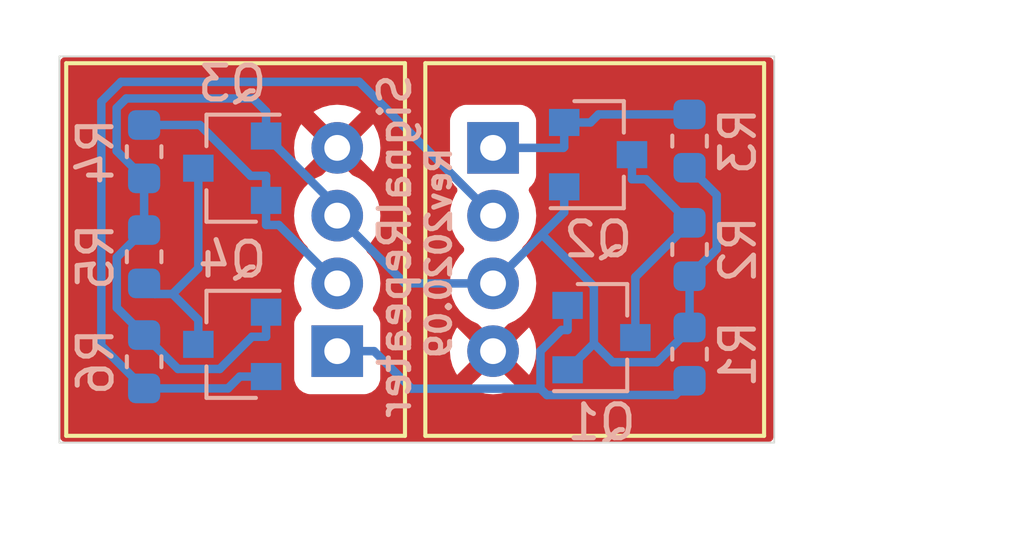
<source format=kicad_pcb>
(kicad_pcb (version 20221018) (generator pcbnew)
  (layers (0 "F.Cu" signal) (31 "B.Cu" signal) (34 "B.Paste" user) (35 "F.Paste" user) (36 "B.SilkS" user "B.Silkscreen") (37 "F.SilkS" user "F.Silkscreen") (38 "B.Mask" user) (39 "F.Mask" user) (44 "Edge.Cuts" user))
  (net 0 "")
  (net 1 "GND")
  (net 2 "VCC")
  (net 3 "/CON1_B")
  (net 4 "/CON1_A")
  (net 5 "/CON2_B")
  (net 6 "/CON2_A")
  (net 7 "Net-(Q1-Pad3)")
  (net 8 "Net-(Q3-Pad3)")
  (footprint "my-kicad-footprints:NS-Tech_Grove_1x04_P2mm_Horizontal" (layer "F.Cu") (at 153.1 78.4 180)
    (fp_text reference "J1" hide)
    (fp_text value "Conn_01x04")
    (fp_line (start -2 -5.5) (end -2 5.5) (stroke (width 0.12)) (layer "F.SilkS"))
    (fp_line (start -2 -5.5) (end 8 -5.5) (stroke (width 0.12)) (layer "F.SilkS"))
    (fp_line (start -2 5.5) (end 8 5.5) (stroke (width 0.12)) (layer "F.SilkS"))
    (fp_line (start 8 -5.5) (end 8 5.5) (stroke (width 0.12)) (layer "F.SilkS"))
    (pad "1" thru_hole rect (at 0 -3 180) (size 1.524 1.524) (drill 0.762) (layers "*.Cu" "*.Mask") (net 4 "/CON1_A"))
    (pad "2" thru_hole circle (at 0 -1 180) (size 1.524 1.524) (drill 0.762) (layers "*.Cu" "*.Mask") (net 3 "/CON1_B"))
    (pad "3" thru_hole circle (at 0 1 180) (size 1.524 1.524) (drill 0.762) (layers "*.Cu" "*.Mask") (net 2 "VCC"))
    (pad "4" thru_hole circle (at 0 3 180) (size 1.524 1.524) (drill 0.762) (layers "*.Cu" "*.Mask") (net 1 "GND"))
  )
  (footprint "my-kicad-footprints:NS-Tech_Grove_1x04_P2mm_Horizontal" (layer "F.Cu") (at 157.7 78.4)
    (fp_text reference "J2" hide)
    (fp_text value "Conn_01x04")
    (fp_line (start -2 -5.5) (end -2 5.5) (stroke (width 0.12)) (layer "F.SilkS"))
    (fp_line (start -2 -5.5) (end 8 -5.5) (stroke (width 0.12)) (layer "F.SilkS"))
    (fp_line (start -2 5.5) (end 8 5.5) (stroke (width 0.12)) (layer "F.SilkS"))
    (fp_line (start 8 -5.5) (end 8 5.5) (stroke (width 0.12)) (layer "F.SilkS"))
    (pad "1" thru_hole rect (at 0 -3) (size 1.524 1.524) (drill 0.762) (layers "*.Cu" "*.Mask") (net 6 "/CON2_A"))
    (pad "2" thru_hole circle (at 0 -1) (size 1.524 1.524) (drill 0.762) (layers "*.Cu" "*.Mask") (net 5 "/CON2_B"))
    (pad "3" thru_hole circle (at 0 1) (size 1.524 1.524) (drill 0.762) (layers "*.Cu" "*.Mask") (net 2 "VCC"))
    (pad "4" thru_hole circle (at 0 3) (size 1.524 1.524) (drill 0.762) (layers "*.Cu" "*.Mask") (net 1 "GND"))
  )
  (footprint "Package_TO_SOT_SMD:SOT-23" (layer "B.Cu") (at 160.9 81)
    (fp_text reference "Q1" (at 0 2.5 180) (layer "B.SilkS") (effects (justify mirror)))
    (fp_text value "Q_NMOS_GSD")
    (fp_line (start 0.76 -1.58) (end -0.7 -1.58) (stroke (width 0.12)) (layer "B.SilkS"))
    (fp_line (start 0.76 -1.58) (end 0.76 -0.65) (stroke (width 0.12)) (layer "B.SilkS"))
    (fp_line (start 0.76 1.58) (end -1.4 1.58) (stroke (width 0.12)) (layer "B.SilkS"))
    (fp_line (start 0.76 1.58) (end 0.76 0.65) (stroke (width 0.12)) (layer "B.SilkS"))
    (pad "1" smd rect (at -1 0.95) (size 0.9 0.8) (layers "B.Cu" "B.Paste" "B.Mask") (net 2 "VCC"))
    (pad "2" smd rect (at -1 -0.95) (size 0.9 0.8) (layers "B.Cu" "B.Paste" "B.Mask") (net 4 "/CON1_A"))
    (pad "3" smd rect (at 1 0) (size 0.9 0.8) (layers "B.Cu" "B.Paste" "B.Mask") (net 7 "Net-(Q1-Pad3)"))
  )
  (footprint "Package_TO_SOT_SMD:SOT-23" (layer "B.Cu") (at 160.8 75.6)
    (fp_text reference "Q2" (at 0 2.5 180) (layer "B.SilkS") (effects (justify mirror)))
    (fp_text value "Q_NMOS_GSD")
    (fp_line (start 0.76 -1.58) (end -0.7 -1.58) (stroke (width 0.12)) (layer "B.SilkS"))
    (fp_line (start 0.76 -1.58) (end 0.76 -0.65) (stroke (width 0.12)) (layer "B.SilkS"))
    (fp_line (start 0.76 1.58) (end -1.4 1.58) (stroke (width 0.12)) (layer "B.SilkS"))
    (fp_line (start 0.76 1.58) (end 0.76 0.65) (stroke (width 0.12)) (layer "B.SilkS"))
    (pad "1" smd rect (at -1 0.95) (size 0.9 0.8) (layers "B.Cu" "B.Paste" "B.Mask") (net 2 "VCC"))
    (pad "2" smd rect (at -1 -0.95) (size 0.9 0.8) (layers "B.Cu" "B.Paste" "B.Mask") (net 6 "/CON2_A"))
    (pad "3" smd rect (at 1 0) (size 0.9 0.8) (layers "B.Cu" "B.Paste" "B.Mask") (net 7 "Net-(Q1-Pad3)"))
  )
  (footprint "Package_TO_SOT_SMD:SOT-23" (layer "B.Cu") (at 150 76 180)
    (fp_text reference "Q3" (at 0 2.5 180) (layer "B.SilkS") (effects (justify mirror)))
    (fp_text value "Q_NMOS_GSD")
    (fp_line (start 0.76 -1.58) (end -0.7 -1.58) (stroke (width 0.12)) (layer "B.SilkS"))
    (fp_line (start 0.76 -1.58) (end 0.76 -0.65) (stroke (width 0.12)) (layer "B.SilkS"))
    (fp_line (start 0.76 1.58) (end -1.4 1.58) (stroke (width 0.12)) (layer "B.SilkS"))
    (fp_line (start 0.76 1.58) (end 0.76 0.65) (stroke (width 0.12)) (layer "B.SilkS"))
    (pad "1" smd rect (at -1 0.95 180) (size 0.9 0.8) (layers "B.Cu" "B.Paste" "B.Mask") (net 2 "VCC"))
    (pad "2" smd rect (at -1 -0.95 180) (size 0.9 0.8) (layers "B.Cu" "B.Paste" "B.Mask") (net 3 "/CON1_B"))
    (pad "3" smd rect (at 1 0 180) (size 0.9 0.8) (layers "B.Cu" "B.Paste" "B.Mask") (net 8 "Net-(Q3-Pad3)"))
  )
  (footprint "Package_TO_SOT_SMD:SOT-23" (layer "B.Cu") (at 150 81.2 180)
    (fp_text reference "Q4" (at 0 2.5 180) (layer "B.SilkS") (effects (justify mirror)))
    (fp_text value "Q_NMOS_GSD")
    (fp_line (start 0.76 -1.58) (end -0.7 -1.58) (stroke (width 0.12)) (layer "B.SilkS"))
    (fp_line (start 0.76 -1.58) (end 0.76 -0.65) (stroke (width 0.12)) (layer "B.SilkS"))
    (fp_line (start 0.76 1.58) (end -1.4 1.58) (stroke (width 0.12)) (layer "B.SilkS"))
    (fp_line (start 0.76 1.58) (end 0.76 0.65) (stroke (width 0.12)) (layer "B.SilkS"))
    (pad "1" smd rect (at -1 0.95 180) (size 0.9 0.8) (layers "B.Cu" "B.Paste" "B.Mask") (net 2 "VCC"))
    (pad "2" smd rect (at -1 -0.95 180) (size 0.9 0.8) (layers "B.Cu" "B.Paste" "B.Mask") (net 5 "/CON2_B"))
    (pad "3" smd rect (at 1 0 180) (size 0.9 0.8) (layers "B.Cu" "B.Paste" "B.Mask") (net 8 "Net-(Q3-Pad3)"))
  )
  (footprint "Resistor_SMD:R_0603_1608Metric" (layer "B.Cu") (at 163.5 81.4875 90)
    (fp_text reference "R1" (at 0 1.43 90) (layer "B.SilkS") (effects (justify mirror)))
    (fp_text value "10k")
    (fp_line (start -0.162779 -0.51) (end 0.162779 -0.51) (stroke (width 0.12)) (layer "B.SilkS"))
    (fp_line (start -0.162779 0.51) (end 0.162779 0.51) (stroke (width 0.12)) (layer "B.SilkS"))
    (pad "1" smd roundrect (at -0.7875 0 90) (size 0.875 0.95) (layers "B.Cu" "B.Paste" "B.Mask") (net 4 "/CON1_A"))
    (pad "2" smd roundrect (at 0.7875 0 90) (size 0.875 0.95) (layers "B.Cu" "B.Paste" "B.Mask") (net 2 "VCC"))
  )
  (footprint "Resistor_SMD:R_0603_1608Metric" (layer "B.Cu") (at 163.5 78.4 90)
    (fp_text reference "R2" (at 0 1.43 90) (layer "B.SilkS") (effects (justify mirror)))
    (fp_text value "10k")
    (fp_line (start -0.162779 -0.51) (end 0.162779 -0.51) (stroke (width 0.12)) (layer "B.SilkS"))
    (fp_line (start -0.162779 0.51) (end 0.162779 0.51) (stroke (width 0.12)) (layer "B.SilkS"))
    (pad "1" smd roundrect (at -0.7875 0 90) (size 0.875 0.95) (layers "B.Cu" "B.Paste" "B.Mask") (net 2 "VCC"))
    (pad "2" smd roundrect (at 0.7875 0 90) (size 0.875 0.95) (layers "B.Cu" "B.Paste" "B.Mask") (net 7 "Net-(Q1-Pad3)"))
  )
  (footprint "Resistor_SMD:R_0603_1608Metric" (layer "B.Cu") (at 163.5 75.2 90)
    (fp_text reference "R3" (at 0 1.43 90) (layer "B.SilkS") (effects (justify mirror)))
    (fp_text value "10k")
    (fp_line (start -0.162779 -0.51) (end 0.162779 -0.51) (stroke (width 0.12)) (layer "B.SilkS"))
    (fp_line (start -0.162779 0.51) (end 0.162779 0.51) (stroke (width 0.12)) (layer "B.SilkS"))
    (pad "1" smd roundrect (at -0.7875 0 90) (size 0.875 0.95) (layers "B.Cu" "B.Paste" "B.Mask") (net 2 "VCC"))
    (pad "2" smd roundrect (at 0.7875 0 90) (size 0.875 0.95) (layers "B.Cu" "B.Paste" "B.Mask") (net 6 "/CON2_A"))
  )
  (footprint "Resistor_SMD:R_0603_1608Metric" (layer "B.Cu") (at 147.4 75.5125 -90)
    (fp_text reference "R4" (at 0 1.43 90) (layer "B.SilkS") (effects (justify mirror)))
    (fp_text value "10k")
    (fp_line (start -0.162779 -0.51) (end 0.162779 -0.51) (stroke (width 0.12)) (layer "B.SilkS"))
    (fp_line (start -0.162779 0.51) (end 0.162779 0.51) (stroke (width 0.12)) (layer "B.SilkS"))
    (pad "1" smd roundrect (at -0.7875 0 270) (size 0.875 0.95) (layers "B.Cu" "B.Paste" "B.Mask") (net 3 "/CON1_B"))
    (pad "2" smd roundrect (at 0.7875 0 270) (size 0.875 0.95) (layers "B.Cu" "B.Paste" "B.Mask") (net 2 "VCC"))
  )
  (footprint "Resistor_SMD:R_0603_1608Metric" (layer "B.Cu") (at 147.4 78.6125 -90)
    (fp_text reference "R5" (at 0 1.43 90) (layer "B.SilkS") (effects (justify mirror)))
    (fp_text value "10k")
    (fp_line (start -0.162779 -0.51) (end 0.162779 -0.51) (stroke (width 0.12)) (layer "B.SilkS"))
    (fp_line (start -0.162779 0.51) (end 0.162779 0.51) (stroke (width 0.12)) (layer "B.SilkS"))
    (pad "1" smd roundrect (at -0.7875 0 270) (size 0.875 0.95) (layers "B.Cu" "B.Paste" "B.Mask") (net 2 "VCC"))
    (pad "2" smd roundrect (at 0.7875 0 270) (size 0.875 0.95) (layers "B.Cu" "B.Paste" "B.Mask") (net 8 "Net-(Q3-Pad3)"))
  )
  (footprint "Resistor_SMD:R_0603_1608Metric" (layer "B.Cu") (at 147.4 81.7125 -90)
    (fp_text reference "R6" (at 0 1.43 90) (layer "B.SilkS") (effects (justify mirror)))
    (fp_text value "10k")
    (fp_line (start -0.162779 -0.51) (end 0.162779 -0.51) (stroke (width 0.12)) (layer "B.SilkS"))
    (fp_line (start -0.162779 0.51) (end 0.162779 0.51) (stroke (width 0.12)) (layer "B.SilkS"))
    (pad "1" smd roundrect (at -0.7875 0 270) (size 0.875 0.95) (layers "B.Cu" "B.Paste" "B.Mask") (net 2 "VCC"))
    (pad "2" smd roundrect (at 0.7875 0 270) (size 0.875 0.95) (layers "B.Cu" "B.Paste" "B.Mask") (net 5 "/CON2_B"))
  )
  (gr_line (start 144.9 72.7) (end 144.9 84.1) (stroke (width 0.05)) (layer "Edge.Cuts"))
  (gr_line (start 144.9 84.1) (end 166 84.1) (stroke (width 0.05)) (layer "Edge.Cuts"))
  (gr_line (start 166 84.1) (end 166 72.7) (stroke (width 0.05)) (layer "Edge.Cuts"))
  (gr_line (start 166 72.7) (end 144.9 72.7) (stroke (width 0.05)) (layer "Edge.Cuts"))
  (gr_text "SignalRepeater" (at 154.8 78.3 90) (layer "B.SilkS") (effects (font (size 0.9 0.9)) (justify mirror)))
  (gr_text "Rev2020.09" (at 156.1 78.5 90) (layer "B.SilkS") (effects (font (size 0.7 0.7)) (justify mirror)))
  (segment (start 153.1 75.4) (end 155.618 77.918) (width 0.25) (layer "F.Cu") (net 1))
  (segment (start 155.618 77.918) (end 155.618 79.318) (width 0.25) (layer "F.Cu") (net 1))
  (segment (start 155.618 79.318) (end 157.7 81.4) (width 0.25) (layer "F.Cu") (net 1))
  (segment (start 151 75.05) (end 151 74.3247) (width 0.25) (layer "B.Cu") (net 2))
  (segment (start 163.5 80.7629) (end 163.5 80.7) (width 0.25) (layer "B.Cu") (net 2))
  (segment (start 164.3012 76.7887) (end 163.5 75.9875) (width 0.25) (layer "B.Cu") (net 2))
  (segment (start 148.4004 81.9254) (end 149.6325 81.9254) (width 0.25) (layer "B.Cu") (net 2))
  (segment (start 146.8722 73.9413) (end 150.6166 73.9413) (width 0.25) (layer "B.Cu") (net 2))
  (segment (start 155.1 79.4) (end 157.7 79.4) (width 0.25) (layer "B.Cu") (net 2))
  (segment (start 146.5887 74.2248) (end 146.8722 73.9413) (width 0.25) (layer "B.Cu") (net 2))
  (segment (start 161.2262 81.7254) (end 162.5375 81.7254) (width 0.25) (layer "B.Cu") (net 2))
  (segment (start 147.4 76.3) (end 146.5887 75.4887) (width 0.25) (layer "B.Cu") (net 2))
  (segment (start 159.8 77.3) (end 159.8 76.55) (width 0.25) (layer "B.Cu") (net 2))
  (segment (start 164.3012 78.3863) (end 164.3012 76.7887) (width 0.25) (layer "B.Cu") (net 2))
  (segment (start 153.1 77.4) (end 155.1 79.4) (width 0.25) (layer "B.Cu") (net 2))
  (segment (start 150.6166 73.9413) (end 151 74.3247) (width 0.25) (layer "B.Cu") (net 2))
  (segment (start 146.5887 75.4887) (end 146.5887 74.2248) (width 0.25) (layer "B.Cu") (net 2))
  (segment (start 149.6325 81.9254) (end 150.5826 80.9753) (width 0.25) (layer "B.Cu") (net 2))
  (segment (start 146.5928 78.6322) (end 146.5928 80.1178) (width 0.25) (layer "B.Cu") (net 2))
  (segment (start 159.144 77.956) (end 159.8 77.3) (width 0.25) (layer "B.Cu") (net 2))
  (segment (start 146.5928 80.1178) (end 147.4 80.925) (width 0.25) (layer "B.Cu") (net 2))
  (segment (start 160.6754 81.1746) (end 159.9 81.95) (width 0.25) (layer "B.Cu") (net 2))
  (segment (start 153.1 77.4) (end 153.1 77.15) (width 0.25) (layer "B.Cu") (net 2))
  (segment (start 150.5826 80.9753) (end 151 80.9753) (width 0.25) (layer "B.Cu") (net 2))
  (segment (start 160.6754 81.1746) (end 161.2262 81.7254) (width 0.25) (layer "B.Cu") (net 2))
  (segment (start 163.5 79.1875) (end 164.3012 78.3863) (width 0.25) (layer "B.Cu") (net 2))
  (segment (start 151 80.25) (end 151 80.9753) (width 0.25) (layer "B.Cu") (net 2))
  (segment (start 159.144 77.956) (end 160.6754 79.4875) (width 0.25) (layer "B.Cu") (net 2))
  (segment (start 160.6754 79.4875) (end 160.6754 81.1746) (width 0.25) (layer "B.Cu") (net 2))
  (segment (start 147.4 80.925) (end 148.4004 81.9254) (width 0.25) (layer "B.Cu") (net 2))
  (segment (start 153.1 77.15) (end 151 75.05) (width 0.25) (layer "B.Cu") (net 2))
  (segment (start 147.4 77.825) (end 146.5928 78.6322) (width 0.25) (layer "B.Cu") (net 2))
  (segment (start 147.4 76.3) (end 147.4 77.825) (width 0.25) (layer "B.Cu") (net 2))
  (segment (start 163.5 80.7) (end 163.5 79.1875) (width 0.25) (layer "B.Cu") (net 2))
  (segment (start 157.7 79.4) (end 159.144 77.956) (width 0.25) (layer "B.Cu") (net 2))
  (segment (start 162.5375 81.7254) (end 163.5 80.7629) (width 0.25) (layer "B.Cu") (net 2))
  (segment (start 150.5442 76.2247) (end 149.0445 74.725) (width 0.25) (layer "B.Cu") (net 3))
  (segment (start 149.0445 74.725) (end 147.4 74.725) (width 0.25) (layer "B.Cu") (net 3))
  (segment (start 151 76.2247) (end 150.5442 76.2247) (width 0.25) (layer "B.Cu") (net 3))
  (segment (start 151 76.95) (end 151 76.2247) (width 0.25) (layer "B.Cu") (net 3))
  (segment (start 153.1 79.4) (end 151.3753 77.6753) (width 0.25) (layer "B.Cu") (net 3))
  (segment (start 151.3753 77.6753) (end 151 77.6753) (width 0.25) (layer "B.Cu") (net 3))
  (segment (start 151 76.95) (end 151 77.6753) (width 0.25) (layer "B.Cu") (net 3))
  (segment (start 159.0998 82.5072) (end 159.0998 81.3942) (width 0.25) (layer "B.Cu") (net 4))
  (segment (start 159.9 80.05) (end 159.9 80.7753) (width 0.25) (layer "B.Cu") (net 4))
  (segment (start 159.0998 81.3942) (end 159.7187 80.7753) (width 0.25) (layer "B.Cu") (net 4))
  (segment (start 163.5 82.275) (end 163.0804 82.6946) (width 0.25) (layer "B.Cu") (net 4))
  (segment (start 159.7187 80.7753) (end 159.9 80.7753) (width 0.25) (layer "B.Cu") (net 4))
  (segment (start 153.1 81.4) (end 154.1873 81.4) (width 0.25) (layer "B.Cu") (net 4))
  (segment (start 155.2945 82.5072) (end 154.1873 81.4) (width 0.25) (layer "B.Cu") (net 4))
  (segment (start 159.2872 82.6946) (end 159.0998 82.5072) (width 0.25) (layer "B.Cu") (net 4))
  (segment (start 163.0804 82.6946) (end 159.2872 82.6946) (width 0.25) (layer "B.Cu") (net 4))
  (segment (start 159.0998 82.5072) (end 155.2945 82.5072) (width 0.25) (layer "B.Cu") (net 4))
  (segment (start 151 82.15) (end 150.2247 82.15) (width 0.25) (layer "B.Cu") (net 5))
  (segment (start 157.7 77.4) (end 153.7518 73.4518) (width 0.25) (layer "B.Cu") (net 5))
  (segment (start 146.1367 74.0334) (end 146.1367 81.2367) (width 0.25) (layer "B.Cu") (net 5))
  (segment (start 150.2247 82.15) (end 149.8747 82.5) (width 0.25) (layer "B.Cu") (net 5))
  (segment (start 153.7518 73.4518) (end 146.7183 73.4518) (width 0.25) (layer "B.Cu") (net 5))
  (segment (start 149.8747 82.5) (end 147.4 82.5) (width 0.25) (layer "B.Cu") (net 5))
  (segment (start 146.1367 81.2367) (end 147.4 82.5) (width 0.25) (layer "B.Cu") (net 5))
  (segment (start 146.7183 73.4518) (end 146.1367 74.0334) (width 0.25) (layer "B.Cu") (net 5))
  (segment (start 159.7753 75.4) (end 159.8 75.3753) (width 0.25) (layer "B.Cu") (net 6))
  (segment (start 157.7 75.4) (end 159.7753 75.4) (width 0.25) (layer "B.Cu") (net 6))
  (segment (start 159.8 74.65) (end 160.5753 74.65) (width 0.25) (layer "B.Cu") (net 6))
  (segment (start 159.8 74.65) (end 159.8 75.3753) (width 0.25) (layer "B.Cu") (net 6))
  (segment (start 163.5 74.4125) (end 160.8128 74.4125) (width 0.25) (layer "B.Cu") (net 6))
  (segment (start 160.8128 74.4125) (end 160.5753 74.65) (width 0.25) (layer "B.Cu") (net 6))
  (segment (start 162.2128 76.3253) (end 161.8 76.3253) (width 0.25) (layer "B.Cu") (net 7))
  (segment (start 161.8 75.6) (end 161.8 76.3253) (width 0.25) (layer "B.Cu") (net 7))
  (segment (start 161.9 79.2125) (end 163.5 77.6125) (width 0.25) (layer "B.Cu") (net 7))
  (segment (start 163.5 77.6125) (end 162.2128 76.3253) (width 0.25) (layer "B.Cu") (net 7))
  (segment (start 161.9 81) (end 161.9 79.2125) (width 0.25) (layer "B.Cu") (net 7))
  (segment (start 148.2386 79.7132) (end 148.2385 79.7133) (width 0.25) (layer "B.Cu") (net 8))
  (segment (start 148.2385 79.7133) (end 147.7133 79.7133) (width 0.25) (layer "B.Cu") (net 8))
  (segment (start 147.7133 79.7133) (end 147.4 79.4) (width 0.25) (layer "B.Cu") (net 8))
  (segment (start 149 80.4747) (end 148.2386 79.7132) (width 0.25) (layer "B.Cu") (net 8))
  (segment (start 149 78.9518) (end 148.2386 79.7132) (width 0.25) (layer "B.Cu") (net 8))
  (segment (start 149 81.2) (end 149 80.4747) (width 0.25) (layer "B.Cu") (net 8))
  (segment (start 149 76) (end 149 78.9518) (width 0.25) (layer "B.Cu") (net 8))
  (zone (net 1) (net_name "GND") (layer "F.Cu") (connect_pads (clearance 0.508)) (min_thickness 0.254) (fill yes (thermal_gap 0.508) (thermal_bridge_width 0.508))
    (polygon (pts (xy 166 84.1) (xy 144.8 84.2) (xy 144.8 72.6) (xy 166 72.6)))
  )
)
</source>
